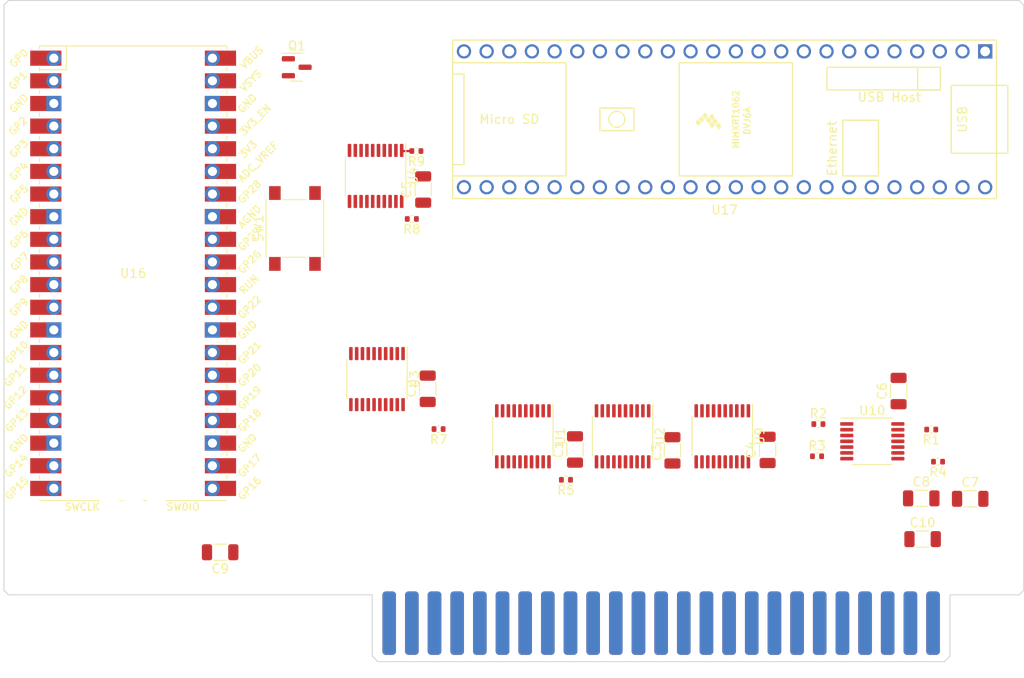
<source format=kicad_pcb>
(kicad_pcb (version 20221018) (generator pcbnew)
  (layers (0 "F.Cu" signal) (31 "B.Cu" signal) (34 "B.Paste" user) (35 "F.Paste" user) (36 "B.SilkS" user "B.Silkscreen") (37 "F.SilkS" user "F.Silkscreen") (38 "B.Mask" user) (39 "F.Mask" user) (44 "Edge.Cuts" user))
  (net 0 "")
  (net 1 "+3.3V")
  (net 2 "GND")
  (net 4 "/BUS_A0")
  (net 5 "/BUS_A1")
  (net 6 "/BUS_A2")
  (net 7 "/BUS_A3")
  (net 8 "/BUS_A4")
  (net 9 "/BUS_A5")
  (net 10 "/BUS_A6")
  (net 11 "/BUS_A7")
  (net 12 "/BUS_A8")
  (net 13 "/BUS_A9")
  (net 14 "/BUS_A10")
  (net 15 "/BUS_A11")
  (net 16 "/BUS_A12")
  (net 17 "/BUS_A13")
  (net 18 "/BUS_A14")
  (net 19 "/BUS_A15")
  (net 20 "/BUS_RW")
  (net 23 "/BUS_RDY")
  (net 24 "/BUS_DMA")
  (net 25 "/BUS_INTOUT")
  (net 26 "/BUS_DMAIN")
  (net 27 "/BUS_INTIN")
  (net 29 "/BUS_IRQ")
  (net 30 "/BUS_RES")
  (net 31 "/BUS_INH")
  (net 32 "+5V")
  (net 33 "-5V")
  (net 34 "/BUS_M2B0")
  (net 38 "/BUS_uSYNC")
  (net 39 "/BUS_PHI0")
  (net 41 "/BUS_D7")
  (net 42 "/BUS_D6")
  (net 43 "/BUS_D5")
  (net 44 "/BUS_D4")
  (net 45 "/BUS_D3")
  (net 46 "/BUS_D2")
  (net 47 "/BUS_D1")
  (net 48 "/BUS_D0")
  (net 49 "+12V")
  (net 50 "/VBUS")
  (net 51 "/VSYS")
  (net 52 "/INTOUT")
  (net 53 "/IRQ")
  (net 54 "/RDY")
  (net 55 "/INH")
  (net 56 "/ALO_EN")
  (net 57 "/D_EN")
  (net 58 "/OUT_D_EN")
  (net 59 "/Transceivers/ALO_D7")
  (net 60 "/Transceivers/ALO_D6")
  (net 61 "/Transceivers/ALO_D5")
  (net 62 "/Transceivers/ALO_D4")
  (net 63 "/Transceivers/ALO_D3")
  (net 64 "/Transceivers/ALO_D2")
  (net 65 "/Transceivers/ALO_D1")
  (net 66 "/Transceivers/ALO_D0")
  (net 67 "/D_DIR")
  (net 68 "/RES")
  (net 69 "/INTIN")
  (net 70 "/DMA")
  (net 71 "/uSYNC")
  (net 72 "/M2B0")
  (net 73 "/RW")
  (net 74 "/PHI0")
  (net 75 "Net-(U4-A->B)")
  (net 76 "-12V")
  (net 79 "/TEENSY_IRQ")
  (net 80 "/OUT_D_REQ")
  (net 81 "/RDY_REQ")
  (net 82 "/INH_REQ")
  (net 85 "Net-(U16-RUN)")
  (net 101 "/Transceivers/OUT_D7")
  (net 102 "/Transceivers/OUT_D6")
  (net 103 "/Transceivers/OUT_D5")
  (net 104 "/Transceivers/OUT_D4")
  (net 105 "/Transceivers/OUT_D3")
  (net 106 "/Transceivers/OUT_D2")
  (net 107 "/Transceivers/OUT_D1")
  (net 108 "/Transceivers/OUT_D0")
  (net 109 "/Transceivers/AHI7")
  (net 110 "/Transceivers/AHI6")
  (net 111 "/Transceivers/AHI5")
  (net 112 "/Transceivers/AHI4")
  (net 113 "/Transceivers/AHI3")
  (net 114 "/Transceivers/AHI2")
  (net 115 "/Transceivers/AHI1")
  (net 116 "/Transceivers/AHI0")
  (footprint "Capacitor_SMD:C_1206_3216Metric" (layer "F.Cu") (at 151.13 117.143 90)
    (fp_text reference "C3")
    (fp_text value "0.1uF")
  )
  (footprint "Capacitor_SMD:C_1206_3216Metric" (layer "F.Cu") (at 140.208 117.045 90)
    (fp_text reference "C1")
    (fp_text value "0.1uF")
  )
  (footprint "Package_SO:TSSOP-20_4.4x6.5mm_P0.65mm" (layer "F.Cu") (at 134.366 115.57 -90)
    (fp_text reference "U1")
    (fp_text value "74LS245")
  )
  (footprint "Package_SO:TSSOP-20_4.4x6.5mm_P0.65mm" (layer "F.Cu") (at 145.542 115.57 -90)
    (fp_text reference "U2")
    (fp_text value "74LS245")
  )
  (footprint "Package_SO:TSSOP-20_4.4x6.5mm_P0.65mm" (layer "F.Cu") (at 117.856 86.36 -90)
    (fp_text reference "U4")
    (fp_text value "74LS245")
  )
  (footprint "Resistor_SMD:R_0402_1005Metric" (layer "F.Cu") (at 167.4896 114.1984)
    (fp_text reference "R2")
    (fp_text value "10K")
  )
  (footprint "Capacitor_SMD:C_1206_3216Metric" (layer "F.Cu") (at 123.698 110.236 90)
    (fp_text reference "C2")
    (fp_text value "0.1uF")
  )
  (footprint "Capacitor_SMD:C_1206_3216Metric" (layer "F.Cu") (at 161.798 117.094 90)
    (fp_text reference "C4")
    (fp_text value "0.1uF" hide)
  )
  (footprint "Resistor_SMD:R_0402_1005Metric" (layer "F.Cu") (at 180.8988 118.4148 180)
    (fp_text reference "R4")
    (fp_text value "10K")
  )
  (footprint "Package_SO:TSSOP-20_4.4x6.5mm_P0.65mm" (layer "F.Cu") (at 156.718 115.57 -90)
    (fp_text reference "U9")
    (fp_text value "74LS245")
  )
  (footprint "Capacitor_SMD:C_1206_3216Metric" (layer "F.Cu") (at 123.19 87.884 90)
    (fp_text reference "C5")
    (fp_text value "0.1uF")
  )
  (footprint "Package_SO:TSSOP-20_4.4x6.5mm_P0.65mm" (layer "F.Cu") (at 118.009 109.1515 -90)
    (fp_text reference "U3")
    (fp_text value "74LS245")
  )
  (footprint "Capacitor_SMD:C_1206_3216Metric" (layer "F.Cu") (at 176.4792 110.49 90)
    (fp_text reference "C6")
    (fp_text value "0.1uF")
  )
  (footprint "RPi_Pico:RPi_Pico_SMD_TH" (layer "F.Cu") (at 90.678 97.282)
    (fp_text reference "U16")
    (fp_text value "Pico")
  )
  (footprint "Package_SO:TSSOP-14_4.4x5mm_P0.65mm" (layer "F.Cu") (at 173.5328 116.1288)
    (fp_text reference "U10")
    (fp_text value "74LS07")
  )
  (footprint "appletini:AppleIIBus_Edge" (layer "F.Cu") (at 149.86 136.525)
    (fp_text reference "J1" hide)
    (fp_text value "Conn_02x25_Counter_Clockwise" hide)
    (fp_line (start -32.385 3.683) (end -32.385 -3.175) (stroke (width 0.1)) (layer "Edge.Cuts"))
    (fp_line (start -31.75 4.318) (end -32.385 3.683) (stroke (width 0.1)) (layer "Edge.Cuts"))
    (fp_line (start 31.75 4.318) (end -31.75 4.318) (stroke (width 0.1)) (layer "Edge.Cuts"))
    (fp_line (start 31.75 4.318) (end 32.385 3.683) (stroke (width 0.1)) (layer "Edge.Cuts"))
    (fp_line (start 32.385 -3.175) (end 32.385 3.683) (stroke (width 0.1)) (layer "Edge.Cuts"))
  )
  (footprint "Button_Switch_SMD:SW_Push_1P1T_NO_6x6mm_H9.5mm" (layer "F.Cu") (at 108.8136 92.2528 90)
    (fp_text reference "SW1")
    (fp_text value "SW_Push")
  )
  (footprint "Resistor_SMD:R_0402_1005Metric" (layer "F.Cu") (at 167.3372 117.8052)
    (fp_text reference "R3")
    (fp_text value "10K")
  )
  (footprint "Resistor_SMD:R_0402_1005Metric" (layer "F.Cu") (at 124.9172 114.7572 180)
    (fp_text reference "R7")
    (fp_text value "10K")
  )
  (footprint "Package_TO_SOT_SMD:SOT-23" (layer "F.Cu") (at 109.0168 74.168)
    (fp_text reference "Q1")
    (fp_text value "DMG2305UX-7")
  )
  (footprint "Resistor_SMD:R_0402_1005Metric" (layer "F.Cu") (at 121.918 91.186 180)
    (fp_text reference "R8")
    (fp_text value "10K")
  )
  (footprint "teensy:Teensy41" (layer "F.Cu") (at 156.972 80.01 180)
    (fp_text reference "U17")
    (fp_text value "Teensy4.1")
  )
  (footprint "Capacitor_SMD:C_1206_3216Metric" (layer "F.Cu") (at 184.5056 122.5804)
    (fp_text reference "C7")
    (fp_text value "0.1uF" hide)
  )
  (footprint "Capacitor_SMD:C_1206_3216Metric" (layer "F.Cu") (at 179.0192 122.5296)
    (fp_text reference "C8")
    (fp_text value "0.1uF")
  )
  (footprint "Resistor_SMD:R_0402_1005Metric" (layer "F.Cu") (at 122.426 83.566 180)
    (fp_text reference "R9")
    (fp_text value "10K")
  )
  (footprint "Resistor_SMD:R_0402_1005Metric" (layer "F.Cu") (at 139.192 120.4468 180)
    (fp_text reference "R5")
    (fp_text value "10K")
  )
  (footprint "Resistor_SMD:R_0402_1005Metric" (layer "F.Cu") (at 180.1368 114.808 180)
    (fp_text reference "R1")
    (fp_text value "10K")
  )
  (footprint "Capacitor_SMD:C_1206_3216Metric" (layer "F.Cu") (at 179.1716 127.1016)
    (fp_text reference "C10")
    (fp_text value "0.1uF")
  )
  (footprint "Capacitor_SMD:C_1206_3216Metric" (layer "F.Cu") (at 100.4316 128.5748 180)
    (fp_text reference "C9")
    (fp_text value "0.1uF")
  )
  (gr_line (start 190.5 67.183) (end 190.5 132.842) (stroke (width 0.1)) (layer "Edge.Cuts"))
  (gr_line (start 76.2 132.842) (end 76.708 133.35) (stroke (width 0.1)) (layer "Edge.Cuts"))
  (gr_line (start 189.992 133.35) (end 182.245 133.35) (stroke (width 0.1)) (layer "Edge.Cuts"))
  (gr_line (start 189.992 133.35) (end 190.5 132.842) (stroke (width 0.1)) (layer "Edge.Cuts"))
  (gr_line (start 76.708 133.35) (end 117.475 133.35) (stroke (width 0.1)) (layer "Edge.Cuts"))
  (gr_line (start 76.2 67.183) (end 76.708 66.675) (stroke (width 0.1)) (layer "Edge.Cuts"))
  (gr_line (start 76.2 67.183) (end 76.2 132.842) (stroke (width 0.1)) (layer "Edge.Cuts"))
  (gr_line (start 76.708 66.675) (end 189.992 66.675) (stroke (width 0.1)) (layer "Edge.Cuts"))
  (gr_line (start 189.992 66.675) (end 190.5 67.183) (stroke (width 0.1)) (layer "Edge.Cuts"))
  (segment (start 121.2484 91.186) (end 121.408 91.186) (width 0.25) (layer "F.Cu") (net 58))
  (segment (start 121.916 83.566) (end 120.8495 83.566) (width 0.25) (layer "F.Cu") (net 75))
  (segment (start 120.8495 83.566) (end 120.781 83.4975) (width 0.25) (layer "F.Cu") (net 75))
  (segment (start 101.6126 92.7226) (end 101.6 92.71) (width 0.25) (layer "F.Cu") (net 79))
)
</source>
